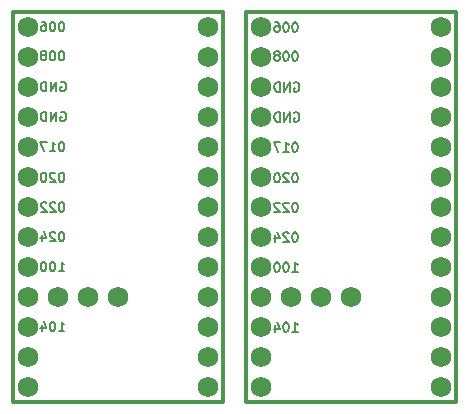
<source format=gbr>
%TF.GenerationSoftware,KiCad,Pcbnew,9.0.0*%
%TF.CreationDate,2025-06-07T14:39:27-06:00*%
%TF.ProjectId,Mau Keys,4d617520-4b65-4797-932e-6b696361645f,rev?*%
%TF.SameCoordinates,Original*%
%TF.FileFunction,Legend,Bot*%
%TF.FilePolarity,Positive*%
%FSLAX46Y46*%
G04 Gerber Fmt 4.6, Leading zero omitted, Abs format (unit mm)*
G04 Created by KiCad (PCBNEW 9.0.0) date 2025-06-07 14:39:27*
%MOMM*%
%LPD*%
G01*
G04 APERTURE LIST*
%ADD10C,0.150000*%
%ADD11C,0.300000*%
%ADD12C,1.752600*%
G04 APERTURE END LIST*
D10*
X134882809Y-52294644D02*
X134806619Y-52294644D01*
X134806619Y-52294644D02*
X134730428Y-52332739D01*
X134730428Y-52332739D02*
X134692333Y-52370834D01*
X134692333Y-52370834D02*
X134654238Y-52447025D01*
X134654238Y-52447025D02*
X134616143Y-52599406D01*
X134616143Y-52599406D02*
X134616143Y-52789882D01*
X134616143Y-52789882D02*
X134654238Y-52942263D01*
X134654238Y-52942263D02*
X134692333Y-53018453D01*
X134692333Y-53018453D02*
X134730428Y-53056549D01*
X134730428Y-53056549D02*
X134806619Y-53094644D01*
X134806619Y-53094644D02*
X134882809Y-53094644D01*
X134882809Y-53094644D02*
X134959000Y-53056549D01*
X134959000Y-53056549D02*
X134997095Y-53018453D01*
X134997095Y-53018453D02*
X135035190Y-52942263D01*
X135035190Y-52942263D02*
X135073286Y-52789882D01*
X135073286Y-52789882D02*
X135073286Y-52599406D01*
X135073286Y-52599406D02*
X135035190Y-52447025D01*
X135035190Y-52447025D02*
X134997095Y-52370834D01*
X134997095Y-52370834D02*
X134959000Y-52332739D01*
X134959000Y-52332739D02*
X134882809Y-52294644D01*
X134311381Y-52370834D02*
X134273285Y-52332739D01*
X134273285Y-52332739D02*
X134197095Y-52294644D01*
X134197095Y-52294644D02*
X134006619Y-52294644D01*
X134006619Y-52294644D02*
X133930428Y-52332739D01*
X133930428Y-52332739D02*
X133892333Y-52370834D01*
X133892333Y-52370834D02*
X133854238Y-52447025D01*
X133854238Y-52447025D02*
X133854238Y-52523215D01*
X133854238Y-52523215D02*
X133892333Y-52637501D01*
X133892333Y-52637501D02*
X134349476Y-53094644D01*
X134349476Y-53094644D02*
X133854238Y-53094644D01*
X133358999Y-52294644D02*
X133282809Y-52294644D01*
X133282809Y-52294644D02*
X133206618Y-52332739D01*
X133206618Y-52332739D02*
X133168523Y-52370834D01*
X133168523Y-52370834D02*
X133130428Y-52447025D01*
X133130428Y-52447025D02*
X133092333Y-52599406D01*
X133092333Y-52599406D02*
X133092333Y-52789882D01*
X133092333Y-52789882D02*
X133130428Y-52942263D01*
X133130428Y-52942263D02*
X133168523Y-53018453D01*
X133168523Y-53018453D02*
X133206618Y-53056549D01*
X133206618Y-53056549D02*
X133282809Y-53094644D01*
X133282809Y-53094644D02*
X133358999Y-53094644D01*
X133358999Y-53094644D02*
X133435190Y-53056549D01*
X133435190Y-53056549D02*
X133473285Y-53018453D01*
X133473285Y-53018453D02*
X133511380Y-52942263D01*
X133511380Y-52942263D02*
X133549476Y-52789882D01*
X133549476Y-52789882D02*
X133549476Y-52599406D01*
X133549476Y-52599406D02*
X133511380Y-52447025D01*
X133511380Y-52447025D02*
X133473285Y-52370834D01*
X133473285Y-52370834D02*
X133435190Y-52332739D01*
X133435190Y-52332739D02*
X133358999Y-52294644D01*
X134882809Y-57294644D02*
X134806619Y-57294644D01*
X134806619Y-57294644D02*
X134730428Y-57332739D01*
X134730428Y-57332739D02*
X134692333Y-57370834D01*
X134692333Y-57370834D02*
X134654238Y-57447025D01*
X134654238Y-57447025D02*
X134616143Y-57599406D01*
X134616143Y-57599406D02*
X134616143Y-57789882D01*
X134616143Y-57789882D02*
X134654238Y-57942263D01*
X134654238Y-57942263D02*
X134692333Y-58018453D01*
X134692333Y-58018453D02*
X134730428Y-58056549D01*
X134730428Y-58056549D02*
X134806619Y-58094644D01*
X134806619Y-58094644D02*
X134882809Y-58094644D01*
X134882809Y-58094644D02*
X134959000Y-58056549D01*
X134959000Y-58056549D02*
X134997095Y-58018453D01*
X134997095Y-58018453D02*
X135035190Y-57942263D01*
X135035190Y-57942263D02*
X135073286Y-57789882D01*
X135073286Y-57789882D02*
X135073286Y-57599406D01*
X135073286Y-57599406D02*
X135035190Y-57447025D01*
X135035190Y-57447025D02*
X134997095Y-57370834D01*
X134997095Y-57370834D02*
X134959000Y-57332739D01*
X134959000Y-57332739D02*
X134882809Y-57294644D01*
X134311381Y-57370834D02*
X134273285Y-57332739D01*
X134273285Y-57332739D02*
X134197095Y-57294644D01*
X134197095Y-57294644D02*
X134006619Y-57294644D01*
X134006619Y-57294644D02*
X133930428Y-57332739D01*
X133930428Y-57332739D02*
X133892333Y-57370834D01*
X133892333Y-57370834D02*
X133854238Y-57447025D01*
X133854238Y-57447025D02*
X133854238Y-57523215D01*
X133854238Y-57523215D02*
X133892333Y-57637501D01*
X133892333Y-57637501D02*
X134349476Y-58094644D01*
X134349476Y-58094644D02*
X133854238Y-58094644D01*
X133168523Y-57561310D02*
X133168523Y-58094644D01*
X133358999Y-57256549D02*
X133549476Y-57827977D01*
X133549476Y-57827977D02*
X133054237Y-57827977D01*
X134882809Y-39524644D02*
X134806619Y-39524644D01*
X134806619Y-39524644D02*
X134730428Y-39562739D01*
X134730428Y-39562739D02*
X134692333Y-39600834D01*
X134692333Y-39600834D02*
X134654238Y-39677025D01*
X134654238Y-39677025D02*
X134616143Y-39829406D01*
X134616143Y-39829406D02*
X134616143Y-40019882D01*
X134616143Y-40019882D02*
X134654238Y-40172263D01*
X134654238Y-40172263D02*
X134692333Y-40248453D01*
X134692333Y-40248453D02*
X134730428Y-40286549D01*
X134730428Y-40286549D02*
X134806619Y-40324644D01*
X134806619Y-40324644D02*
X134882809Y-40324644D01*
X134882809Y-40324644D02*
X134959000Y-40286549D01*
X134959000Y-40286549D02*
X134997095Y-40248453D01*
X134997095Y-40248453D02*
X135035190Y-40172263D01*
X135035190Y-40172263D02*
X135073286Y-40019882D01*
X135073286Y-40019882D02*
X135073286Y-39829406D01*
X135073286Y-39829406D02*
X135035190Y-39677025D01*
X135035190Y-39677025D02*
X134997095Y-39600834D01*
X134997095Y-39600834D02*
X134959000Y-39562739D01*
X134959000Y-39562739D02*
X134882809Y-39524644D01*
X134120904Y-39524644D02*
X134044714Y-39524644D01*
X134044714Y-39524644D02*
X133968523Y-39562739D01*
X133968523Y-39562739D02*
X133930428Y-39600834D01*
X133930428Y-39600834D02*
X133892333Y-39677025D01*
X133892333Y-39677025D02*
X133854238Y-39829406D01*
X133854238Y-39829406D02*
X133854238Y-40019882D01*
X133854238Y-40019882D02*
X133892333Y-40172263D01*
X133892333Y-40172263D02*
X133930428Y-40248453D01*
X133930428Y-40248453D02*
X133968523Y-40286549D01*
X133968523Y-40286549D02*
X134044714Y-40324644D01*
X134044714Y-40324644D02*
X134120904Y-40324644D01*
X134120904Y-40324644D02*
X134197095Y-40286549D01*
X134197095Y-40286549D02*
X134235190Y-40248453D01*
X134235190Y-40248453D02*
X134273285Y-40172263D01*
X134273285Y-40172263D02*
X134311381Y-40019882D01*
X134311381Y-40019882D02*
X134311381Y-39829406D01*
X134311381Y-39829406D02*
X134273285Y-39677025D01*
X134273285Y-39677025D02*
X134235190Y-39600834D01*
X134235190Y-39600834D02*
X134197095Y-39562739D01*
X134197095Y-39562739D02*
X134120904Y-39524644D01*
X133168523Y-39524644D02*
X133320904Y-39524644D01*
X133320904Y-39524644D02*
X133397095Y-39562739D01*
X133397095Y-39562739D02*
X133435190Y-39600834D01*
X133435190Y-39600834D02*
X133511380Y-39715120D01*
X133511380Y-39715120D02*
X133549476Y-39867501D01*
X133549476Y-39867501D02*
X133549476Y-40172263D01*
X133549476Y-40172263D02*
X133511380Y-40248453D01*
X133511380Y-40248453D02*
X133473285Y-40286549D01*
X133473285Y-40286549D02*
X133397095Y-40324644D01*
X133397095Y-40324644D02*
X133244714Y-40324644D01*
X133244714Y-40324644D02*
X133168523Y-40286549D01*
X133168523Y-40286549D02*
X133130428Y-40248453D01*
X133130428Y-40248453D02*
X133092333Y-40172263D01*
X133092333Y-40172263D02*
X133092333Y-39981787D01*
X133092333Y-39981787D02*
X133130428Y-39905596D01*
X133130428Y-39905596D02*
X133168523Y-39867501D01*
X133168523Y-39867501D02*
X133244714Y-39829406D01*
X133244714Y-39829406D02*
X133397095Y-39829406D01*
X133397095Y-39829406D02*
X133473285Y-39867501D01*
X133473285Y-39867501D02*
X133511380Y-39905596D01*
X133511380Y-39905596D02*
X133549476Y-39981787D01*
X134882809Y-54794644D02*
X134806619Y-54794644D01*
X134806619Y-54794644D02*
X134730428Y-54832739D01*
X134730428Y-54832739D02*
X134692333Y-54870834D01*
X134692333Y-54870834D02*
X134654238Y-54947025D01*
X134654238Y-54947025D02*
X134616143Y-55099406D01*
X134616143Y-55099406D02*
X134616143Y-55289882D01*
X134616143Y-55289882D02*
X134654238Y-55442263D01*
X134654238Y-55442263D02*
X134692333Y-55518453D01*
X134692333Y-55518453D02*
X134730428Y-55556549D01*
X134730428Y-55556549D02*
X134806619Y-55594644D01*
X134806619Y-55594644D02*
X134882809Y-55594644D01*
X134882809Y-55594644D02*
X134959000Y-55556549D01*
X134959000Y-55556549D02*
X134997095Y-55518453D01*
X134997095Y-55518453D02*
X135035190Y-55442263D01*
X135035190Y-55442263D02*
X135073286Y-55289882D01*
X135073286Y-55289882D02*
X135073286Y-55099406D01*
X135073286Y-55099406D02*
X135035190Y-54947025D01*
X135035190Y-54947025D02*
X134997095Y-54870834D01*
X134997095Y-54870834D02*
X134959000Y-54832739D01*
X134959000Y-54832739D02*
X134882809Y-54794644D01*
X134311381Y-54870834D02*
X134273285Y-54832739D01*
X134273285Y-54832739D02*
X134197095Y-54794644D01*
X134197095Y-54794644D02*
X134006619Y-54794644D01*
X134006619Y-54794644D02*
X133930428Y-54832739D01*
X133930428Y-54832739D02*
X133892333Y-54870834D01*
X133892333Y-54870834D02*
X133854238Y-54947025D01*
X133854238Y-54947025D02*
X133854238Y-55023215D01*
X133854238Y-55023215D02*
X133892333Y-55137501D01*
X133892333Y-55137501D02*
X134349476Y-55594644D01*
X134349476Y-55594644D02*
X133854238Y-55594644D01*
X133549476Y-54870834D02*
X133511380Y-54832739D01*
X133511380Y-54832739D02*
X133435190Y-54794644D01*
X133435190Y-54794644D02*
X133244714Y-54794644D01*
X133244714Y-54794644D02*
X133168523Y-54832739D01*
X133168523Y-54832739D02*
X133130428Y-54870834D01*
X133130428Y-54870834D02*
X133092333Y-54947025D01*
X133092333Y-54947025D02*
X133092333Y-55023215D01*
X133092333Y-55023215D02*
X133130428Y-55137501D01*
X133130428Y-55137501D02*
X133587571Y-55594644D01*
X133587571Y-55594644D02*
X133092333Y-55594644D01*
X134616143Y-60644644D02*
X135073286Y-60644644D01*
X134844714Y-60644644D02*
X134844714Y-59844644D01*
X134844714Y-59844644D02*
X134920905Y-59958929D01*
X134920905Y-59958929D02*
X134997095Y-60035120D01*
X134997095Y-60035120D02*
X135073286Y-60073215D01*
X134120904Y-59844644D02*
X134044714Y-59844644D01*
X134044714Y-59844644D02*
X133968523Y-59882739D01*
X133968523Y-59882739D02*
X133930428Y-59920834D01*
X133930428Y-59920834D02*
X133892333Y-59997025D01*
X133892333Y-59997025D02*
X133854238Y-60149406D01*
X133854238Y-60149406D02*
X133854238Y-60339882D01*
X133854238Y-60339882D02*
X133892333Y-60492263D01*
X133892333Y-60492263D02*
X133930428Y-60568453D01*
X133930428Y-60568453D02*
X133968523Y-60606549D01*
X133968523Y-60606549D02*
X134044714Y-60644644D01*
X134044714Y-60644644D02*
X134120904Y-60644644D01*
X134120904Y-60644644D02*
X134197095Y-60606549D01*
X134197095Y-60606549D02*
X134235190Y-60568453D01*
X134235190Y-60568453D02*
X134273285Y-60492263D01*
X134273285Y-60492263D02*
X134311381Y-60339882D01*
X134311381Y-60339882D02*
X134311381Y-60149406D01*
X134311381Y-60149406D02*
X134273285Y-59997025D01*
X134273285Y-59997025D02*
X134235190Y-59920834D01*
X134235190Y-59920834D02*
X134197095Y-59882739D01*
X134197095Y-59882739D02*
X134120904Y-59844644D01*
X133358999Y-59844644D02*
X133282809Y-59844644D01*
X133282809Y-59844644D02*
X133206618Y-59882739D01*
X133206618Y-59882739D02*
X133168523Y-59920834D01*
X133168523Y-59920834D02*
X133130428Y-59997025D01*
X133130428Y-59997025D02*
X133092333Y-60149406D01*
X133092333Y-60149406D02*
X133092333Y-60339882D01*
X133092333Y-60339882D02*
X133130428Y-60492263D01*
X133130428Y-60492263D02*
X133168523Y-60568453D01*
X133168523Y-60568453D02*
X133206618Y-60606549D01*
X133206618Y-60606549D02*
X133282809Y-60644644D01*
X133282809Y-60644644D02*
X133358999Y-60644644D01*
X133358999Y-60644644D02*
X133435190Y-60606549D01*
X133435190Y-60606549D02*
X133473285Y-60568453D01*
X133473285Y-60568453D02*
X133511380Y-60492263D01*
X133511380Y-60492263D02*
X133549476Y-60339882D01*
X133549476Y-60339882D02*
X133549476Y-60149406D01*
X133549476Y-60149406D02*
X133511380Y-59997025D01*
X133511380Y-59997025D02*
X133473285Y-59920834D01*
X133473285Y-59920834D02*
X133435190Y-59882739D01*
X133435190Y-59882739D02*
X133358999Y-59844644D01*
X134768523Y-47182739D02*
X134844713Y-47144644D01*
X134844713Y-47144644D02*
X134958999Y-47144644D01*
X134958999Y-47144644D02*
X135073285Y-47182739D01*
X135073285Y-47182739D02*
X135149475Y-47258929D01*
X135149475Y-47258929D02*
X135187570Y-47335120D01*
X135187570Y-47335120D02*
X135225666Y-47487501D01*
X135225666Y-47487501D02*
X135225666Y-47601787D01*
X135225666Y-47601787D02*
X135187570Y-47754168D01*
X135187570Y-47754168D02*
X135149475Y-47830358D01*
X135149475Y-47830358D02*
X135073285Y-47906549D01*
X135073285Y-47906549D02*
X134958999Y-47944644D01*
X134958999Y-47944644D02*
X134882808Y-47944644D01*
X134882808Y-47944644D02*
X134768523Y-47906549D01*
X134768523Y-47906549D02*
X134730427Y-47868453D01*
X134730427Y-47868453D02*
X134730427Y-47601787D01*
X134730427Y-47601787D02*
X134882808Y-47601787D01*
X134387570Y-47944644D02*
X134387570Y-47144644D01*
X134387570Y-47144644D02*
X133930427Y-47944644D01*
X133930427Y-47944644D02*
X133930427Y-47144644D01*
X133549475Y-47944644D02*
X133549475Y-47144644D01*
X133549475Y-47144644D02*
X133358999Y-47144644D01*
X133358999Y-47144644D02*
X133244713Y-47182739D01*
X133244713Y-47182739D02*
X133168523Y-47258929D01*
X133168523Y-47258929D02*
X133130428Y-47335120D01*
X133130428Y-47335120D02*
X133092332Y-47487501D01*
X133092332Y-47487501D02*
X133092332Y-47601787D01*
X133092332Y-47601787D02*
X133130428Y-47754168D01*
X133130428Y-47754168D02*
X133168523Y-47830358D01*
X133168523Y-47830358D02*
X133244713Y-47906549D01*
X133244713Y-47906549D02*
X133358999Y-47944644D01*
X133358999Y-47944644D02*
X133549475Y-47944644D01*
X134882809Y-41994644D02*
X134806619Y-41994644D01*
X134806619Y-41994644D02*
X134730428Y-42032739D01*
X134730428Y-42032739D02*
X134692333Y-42070834D01*
X134692333Y-42070834D02*
X134654238Y-42147025D01*
X134654238Y-42147025D02*
X134616143Y-42299406D01*
X134616143Y-42299406D02*
X134616143Y-42489882D01*
X134616143Y-42489882D02*
X134654238Y-42642263D01*
X134654238Y-42642263D02*
X134692333Y-42718453D01*
X134692333Y-42718453D02*
X134730428Y-42756549D01*
X134730428Y-42756549D02*
X134806619Y-42794644D01*
X134806619Y-42794644D02*
X134882809Y-42794644D01*
X134882809Y-42794644D02*
X134959000Y-42756549D01*
X134959000Y-42756549D02*
X134997095Y-42718453D01*
X134997095Y-42718453D02*
X135035190Y-42642263D01*
X135035190Y-42642263D02*
X135073286Y-42489882D01*
X135073286Y-42489882D02*
X135073286Y-42299406D01*
X135073286Y-42299406D02*
X135035190Y-42147025D01*
X135035190Y-42147025D02*
X134997095Y-42070834D01*
X134997095Y-42070834D02*
X134959000Y-42032739D01*
X134959000Y-42032739D02*
X134882809Y-41994644D01*
X134120904Y-41994644D02*
X134044714Y-41994644D01*
X134044714Y-41994644D02*
X133968523Y-42032739D01*
X133968523Y-42032739D02*
X133930428Y-42070834D01*
X133930428Y-42070834D02*
X133892333Y-42147025D01*
X133892333Y-42147025D02*
X133854238Y-42299406D01*
X133854238Y-42299406D02*
X133854238Y-42489882D01*
X133854238Y-42489882D02*
X133892333Y-42642263D01*
X133892333Y-42642263D02*
X133930428Y-42718453D01*
X133930428Y-42718453D02*
X133968523Y-42756549D01*
X133968523Y-42756549D02*
X134044714Y-42794644D01*
X134044714Y-42794644D02*
X134120904Y-42794644D01*
X134120904Y-42794644D02*
X134197095Y-42756549D01*
X134197095Y-42756549D02*
X134235190Y-42718453D01*
X134235190Y-42718453D02*
X134273285Y-42642263D01*
X134273285Y-42642263D02*
X134311381Y-42489882D01*
X134311381Y-42489882D02*
X134311381Y-42299406D01*
X134311381Y-42299406D02*
X134273285Y-42147025D01*
X134273285Y-42147025D02*
X134235190Y-42070834D01*
X134235190Y-42070834D02*
X134197095Y-42032739D01*
X134197095Y-42032739D02*
X134120904Y-41994644D01*
X133397095Y-42337501D02*
X133473285Y-42299406D01*
X133473285Y-42299406D02*
X133511380Y-42261310D01*
X133511380Y-42261310D02*
X133549476Y-42185120D01*
X133549476Y-42185120D02*
X133549476Y-42147025D01*
X133549476Y-42147025D02*
X133511380Y-42070834D01*
X133511380Y-42070834D02*
X133473285Y-42032739D01*
X133473285Y-42032739D02*
X133397095Y-41994644D01*
X133397095Y-41994644D02*
X133244714Y-41994644D01*
X133244714Y-41994644D02*
X133168523Y-42032739D01*
X133168523Y-42032739D02*
X133130428Y-42070834D01*
X133130428Y-42070834D02*
X133092333Y-42147025D01*
X133092333Y-42147025D02*
X133092333Y-42185120D01*
X133092333Y-42185120D02*
X133130428Y-42261310D01*
X133130428Y-42261310D02*
X133168523Y-42299406D01*
X133168523Y-42299406D02*
X133244714Y-42337501D01*
X133244714Y-42337501D02*
X133397095Y-42337501D01*
X133397095Y-42337501D02*
X133473285Y-42375596D01*
X133473285Y-42375596D02*
X133511380Y-42413691D01*
X133511380Y-42413691D02*
X133549476Y-42489882D01*
X133549476Y-42489882D02*
X133549476Y-42642263D01*
X133549476Y-42642263D02*
X133511380Y-42718453D01*
X133511380Y-42718453D02*
X133473285Y-42756549D01*
X133473285Y-42756549D02*
X133397095Y-42794644D01*
X133397095Y-42794644D02*
X133244714Y-42794644D01*
X133244714Y-42794644D02*
X133168523Y-42756549D01*
X133168523Y-42756549D02*
X133130428Y-42718453D01*
X133130428Y-42718453D02*
X133092333Y-42642263D01*
X133092333Y-42642263D02*
X133092333Y-42489882D01*
X133092333Y-42489882D02*
X133130428Y-42413691D01*
X133130428Y-42413691D02*
X133168523Y-42375596D01*
X133168523Y-42375596D02*
X133244714Y-42337501D01*
X134882809Y-49684644D02*
X134806619Y-49684644D01*
X134806619Y-49684644D02*
X134730428Y-49722739D01*
X134730428Y-49722739D02*
X134692333Y-49760834D01*
X134692333Y-49760834D02*
X134654238Y-49837025D01*
X134654238Y-49837025D02*
X134616143Y-49989406D01*
X134616143Y-49989406D02*
X134616143Y-50179882D01*
X134616143Y-50179882D02*
X134654238Y-50332263D01*
X134654238Y-50332263D02*
X134692333Y-50408453D01*
X134692333Y-50408453D02*
X134730428Y-50446549D01*
X134730428Y-50446549D02*
X134806619Y-50484644D01*
X134806619Y-50484644D02*
X134882809Y-50484644D01*
X134882809Y-50484644D02*
X134959000Y-50446549D01*
X134959000Y-50446549D02*
X134997095Y-50408453D01*
X134997095Y-50408453D02*
X135035190Y-50332263D01*
X135035190Y-50332263D02*
X135073286Y-50179882D01*
X135073286Y-50179882D02*
X135073286Y-49989406D01*
X135073286Y-49989406D02*
X135035190Y-49837025D01*
X135035190Y-49837025D02*
X134997095Y-49760834D01*
X134997095Y-49760834D02*
X134959000Y-49722739D01*
X134959000Y-49722739D02*
X134882809Y-49684644D01*
X133854238Y-50484644D02*
X134311381Y-50484644D01*
X134082809Y-50484644D02*
X134082809Y-49684644D01*
X134082809Y-49684644D02*
X134159000Y-49798929D01*
X134159000Y-49798929D02*
X134235190Y-49875120D01*
X134235190Y-49875120D02*
X134311381Y-49913215D01*
X133587571Y-49684644D02*
X133054237Y-49684644D01*
X133054237Y-49684644D02*
X133397095Y-50484644D01*
X134768523Y-44642739D02*
X134844713Y-44604644D01*
X134844713Y-44604644D02*
X134958999Y-44604644D01*
X134958999Y-44604644D02*
X135073285Y-44642739D01*
X135073285Y-44642739D02*
X135149475Y-44718929D01*
X135149475Y-44718929D02*
X135187570Y-44795120D01*
X135187570Y-44795120D02*
X135225666Y-44947501D01*
X135225666Y-44947501D02*
X135225666Y-45061787D01*
X135225666Y-45061787D02*
X135187570Y-45214168D01*
X135187570Y-45214168D02*
X135149475Y-45290358D01*
X135149475Y-45290358D02*
X135073285Y-45366549D01*
X135073285Y-45366549D02*
X134958999Y-45404644D01*
X134958999Y-45404644D02*
X134882808Y-45404644D01*
X134882808Y-45404644D02*
X134768523Y-45366549D01*
X134768523Y-45366549D02*
X134730427Y-45328453D01*
X134730427Y-45328453D02*
X134730427Y-45061787D01*
X134730427Y-45061787D02*
X134882808Y-45061787D01*
X134387570Y-45404644D02*
X134387570Y-44604644D01*
X134387570Y-44604644D02*
X133930427Y-45404644D01*
X133930427Y-45404644D02*
X133930427Y-44604644D01*
X133549475Y-45404644D02*
X133549475Y-44604644D01*
X133549475Y-44604644D02*
X133358999Y-44604644D01*
X133358999Y-44604644D02*
X133244713Y-44642739D01*
X133244713Y-44642739D02*
X133168523Y-44718929D01*
X133168523Y-44718929D02*
X133130428Y-44795120D01*
X133130428Y-44795120D02*
X133092332Y-44947501D01*
X133092332Y-44947501D02*
X133092332Y-45061787D01*
X133092332Y-45061787D02*
X133130428Y-45214168D01*
X133130428Y-45214168D02*
X133168523Y-45290358D01*
X133168523Y-45290358D02*
X133244713Y-45366549D01*
X133244713Y-45366549D02*
X133358999Y-45404644D01*
X133358999Y-45404644D02*
X133549475Y-45404644D01*
X134616143Y-65724644D02*
X135073286Y-65724644D01*
X134844714Y-65724644D02*
X134844714Y-64924644D01*
X134844714Y-64924644D02*
X134920905Y-65038929D01*
X134920905Y-65038929D02*
X134997095Y-65115120D01*
X134997095Y-65115120D02*
X135073286Y-65153215D01*
X134120904Y-64924644D02*
X134044714Y-64924644D01*
X134044714Y-64924644D02*
X133968523Y-64962739D01*
X133968523Y-64962739D02*
X133930428Y-65000834D01*
X133930428Y-65000834D02*
X133892333Y-65077025D01*
X133892333Y-65077025D02*
X133854238Y-65229406D01*
X133854238Y-65229406D02*
X133854238Y-65419882D01*
X133854238Y-65419882D02*
X133892333Y-65572263D01*
X133892333Y-65572263D02*
X133930428Y-65648453D01*
X133930428Y-65648453D02*
X133968523Y-65686549D01*
X133968523Y-65686549D02*
X134044714Y-65724644D01*
X134044714Y-65724644D02*
X134120904Y-65724644D01*
X134120904Y-65724644D02*
X134197095Y-65686549D01*
X134197095Y-65686549D02*
X134235190Y-65648453D01*
X134235190Y-65648453D02*
X134273285Y-65572263D01*
X134273285Y-65572263D02*
X134311381Y-65419882D01*
X134311381Y-65419882D02*
X134311381Y-65229406D01*
X134311381Y-65229406D02*
X134273285Y-65077025D01*
X134273285Y-65077025D02*
X134235190Y-65000834D01*
X134235190Y-65000834D02*
X134197095Y-64962739D01*
X134197095Y-64962739D02*
X134120904Y-64924644D01*
X133168523Y-65191310D02*
X133168523Y-65724644D01*
X133358999Y-64886549D02*
X133549476Y-65457977D01*
X133549476Y-65457977D02*
X133054237Y-65457977D01*
X154642809Y-54832295D02*
X154566619Y-54832295D01*
X154566619Y-54832295D02*
X154490428Y-54870390D01*
X154490428Y-54870390D02*
X154452333Y-54908485D01*
X154452333Y-54908485D02*
X154414238Y-54984676D01*
X154414238Y-54984676D02*
X154376143Y-55137057D01*
X154376143Y-55137057D02*
X154376143Y-55327533D01*
X154376143Y-55327533D02*
X154414238Y-55479914D01*
X154414238Y-55479914D02*
X154452333Y-55556104D01*
X154452333Y-55556104D02*
X154490428Y-55594200D01*
X154490428Y-55594200D02*
X154566619Y-55632295D01*
X154566619Y-55632295D02*
X154642809Y-55632295D01*
X154642809Y-55632295D02*
X154719000Y-55594200D01*
X154719000Y-55594200D02*
X154757095Y-55556104D01*
X154757095Y-55556104D02*
X154795190Y-55479914D01*
X154795190Y-55479914D02*
X154833286Y-55327533D01*
X154833286Y-55327533D02*
X154833286Y-55137057D01*
X154833286Y-55137057D02*
X154795190Y-54984676D01*
X154795190Y-54984676D02*
X154757095Y-54908485D01*
X154757095Y-54908485D02*
X154719000Y-54870390D01*
X154719000Y-54870390D02*
X154642809Y-54832295D01*
X154071381Y-54908485D02*
X154033285Y-54870390D01*
X154033285Y-54870390D02*
X153957095Y-54832295D01*
X153957095Y-54832295D02*
X153766619Y-54832295D01*
X153766619Y-54832295D02*
X153690428Y-54870390D01*
X153690428Y-54870390D02*
X153652333Y-54908485D01*
X153652333Y-54908485D02*
X153614238Y-54984676D01*
X153614238Y-54984676D02*
X153614238Y-55060866D01*
X153614238Y-55060866D02*
X153652333Y-55175152D01*
X153652333Y-55175152D02*
X154109476Y-55632295D01*
X154109476Y-55632295D02*
X153614238Y-55632295D01*
X153309476Y-54908485D02*
X153271380Y-54870390D01*
X153271380Y-54870390D02*
X153195190Y-54832295D01*
X153195190Y-54832295D02*
X153004714Y-54832295D01*
X153004714Y-54832295D02*
X152928523Y-54870390D01*
X152928523Y-54870390D02*
X152890428Y-54908485D01*
X152890428Y-54908485D02*
X152852333Y-54984676D01*
X152852333Y-54984676D02*
X152852333Y-55060866D01*
X152852333Y-55060866D02*
X152890428Y-55175152D01*
X152890428Y-55175152D02*
X153347571Y-55632295D01*
X153347571Y-55632295D02*
X152852333Y-55632295D01*
X154642809Y-39562295D02*
X154566619Y-39562295D01*
X154566619Y-39562295D02*
X154490428Y-39600390D01*
X154490428Y-39600390D02*
X154452333Y-39638485D01*
X154452333Y-39638485D02*
X154414238Y-39714676D01*
X154414238Y-39714676D02*
X154376143Y-39867057D01*
X154376143Y-39867057D02*
X154376143Y-40057533D01*
X154376143Y-40057533D02*
X154414238Y-40209914D01*
X154414238Y-40209914D02*
X154452333Y-40286104D01*
X154452333Y-40286104D02*
X154490428Y-40324200D01*
X154490428Y-40324200D02*
X154566619Y-40362295D01*
X154566619Y-40362295D02*
X154642809Y-40362295D01*
X154642809Y-40362295D02*
X154719000Y-40324200D01*
X154719000Y-40324200D02*
X154757095Y-40286104D01*
X154757095Y-40286104D02*
X154795190Y-40209914D01*
X154795190Y-40209914D02*
X154833286Y-40057533D01*
X154833286Y-40057533D02*
X154833286Y-39867057D01*
X154833286Y-39867057D02*
X154795190Y-39714676D01*
X154795190Y-39714676D02*
X154757095Y-39638485D01*
X154757095Y-39638485D02*
X154719000Y-39600390D01*
X154719000Y-39600390D02*
X154642809Y-39562295D01*
X153880904Y-39562295D02*
X153804714Y-39562295D01*
X153804714Y-39562295D02*
X153728523Y-39600390D01*
X153728523Y-39600390D02*
X153690428Y-39638485D01*
X153690428Y-39638485D02*
X153652333Y-39714676D01*
X153652333Y-39714676D02*
X153614238Y-39867057D01*
X153614238Y-39867057D02*
X153614238Y-40057533D01*
X153614238Y-40057533D02*
X153652333Y-40209914D01*
X153652333Y-40209914D02*
X153690428Y-40286104D01*
X153690428Y-40286104D02*
X153728523Y-40324200D01*
X153728523Y-40324200D02*
X153804714Y-40362295D01*
X153804714Y-40362295D02*
X153880904Y-40362295D01*
X153880904Y-40362295D02*
X153957095Y-40324200D01*
X153957095Y-40324200D02*
X153995190Y-40286104D01*
X153995190Y-40286104D02*
X154033285Y-40209914D01*
X154033285Y-40209914D02*
X154071381Y-40057533D01*
X154071381Y-40057533D02*
X154071381Y-39867057D01*
X154071381Y-39867057D02*
X154033285Y-39714676D01*
X154033285Y-39714676D02*
X153995190Y-39638485D01*
X153995190Y-39638485D02*
X153957095Y-39600390D01*
X153957095Y-39600390D02*
X153880904Y-39562295D01*
X152928523Y-39562295D02*
X153080904Y-39562295D01*
X153080904Y-39562295D02*
X153157095Y-39600390D01*
X153157095Y-39600390D02*
X153195190Y-39638485D01*
X153195190Y-39638485D02*
X153271380Y-39752771D01*
X153271380Y-39752771D02*
X153309476Y-39905152D01*
X153309476Y-39905152D02*
X153309476Y-40209914D01*
X153309476Y-40209914D02*
X153271380Y-40286104D01*
X153271380Y-40286104D02*
X153233285Y-40324200D01*
X153233285Y-40324200D02*
X153157095Y-40362295D01*
X153157095Y-40362295D02*
X153004714Y-40362295D01*
X153004714Y-40362295D02*
X152928523Y-40324200D01*
X152928523Y-40324200D02*
X152890428Y-40286104D01*
X152890428Y-40286104D02*
X152852333Y-40209914D01*
X152852333Y-40209914D02*
X152852333Y-40019438D01*
X152852333Y-40019438D02*
X152890428Y-39943247D01*
X152890428Y-39943247D02*
X152928523Y-39905152D01*
X152928523Y-39905152D02*
X153004714Y-39867057D01*
X153004714Y-39867057D02*
X153157095Y-39867057D01*
X153157095Y-39867057D02*
X153233285Y-39905152D01*
X153233285Y-39905152D02*
X153271380Y-39943247D01*
X153271380Y-39943247D02*
X153309476Y-40019438D01*
X154528523Y-44680390D02*
X154604713Y-44642295D01*
X154604713Y-44642295D02*
X154718999Y-44642295D01*
X154718999Y-44642295D02*
X154833285Y-44680390D01*
X154833285Y-44680390D02*
X154909475Y-44756580D01*
X154909475Y-44756580D02*
X154947570Y-44832771D01*
X154947570Y-44832771D02*
X154985666Y-44985152D01*
X154985666Y-44985152D02*
X154985666Y-45099438D01*
X154985666Y-45099438D02*
X154947570Y-45251819D01*
X154947570Y-45251819D02*
X154909475Y-45328009D01*
X154909475Y-45328009D02*
X154833285Y-45404200D01*
X154833285Y-45404200D02*
X154718999Y-45442295D01*
X154718999Y-45442295D02*
X154642808Y-45442295D01*
X154642808Y-45442295D02*
X154528523Y-45404200D01*
X154528523Y-45404200D02*
X154490427Y-45366104D01*
X154490427Y-45366104D02*
X154490427Y-45099438D01*
X154490427Y-45099438D02*
X154642808Y-45099438D01*
X154147570Y-45442295D02*
X154147570Y-44642295D01*
X154147570Y-44642295D02*
X153690427Y-45442295D01*
X153690427Y-45442295D02*
X153690427Y-44642295D01*
X153309475Y-45442295D02*
X153309475Y-44642295D01*
X153309475Y-44642295D02*
X153118999Y-44642295D01*
X153118999Y-44642295D02*
X153004713Y-44680390D01*
X153004713Y-44680390D02*
X152928523Y-44756580D01*
X152928523Y-44756580D02*
X152890428Y-44832771D01*
X152890428Y-44832771D02*
X152852332Y-44985152D01*
X152852332Y-44985152D02*
X152852332Y-45099438D01*
X152852332Y-45099438D02*
X152890428Y-45251819D01*
X152890428Y-45251819D02*
X152928523Y-45328009D01*
X152928523Y-45328009D02*
X153004713Y-45404200D01*
X153004713Y-45404200D02*
X153118999Y-45442295D01*
X153118999Y-45442295D02*
X153309475Y-45442295D01*
X154642809Y-57332295D02*
X154566619Y-57332295D01*
X154566619Y-57332295D02*
X154490428Y-57370390D01*
X154490428Y-57370390D02*
X154452333Y-57408485D01*
X154452333Y-57408485D02*
X154414238Y-57484676D01*
X154414238Y-57484676D02*
X154376143Y-57637057D01*
X154376143Y-57637057D02*
X154376143Y-57827533D01*
X154376143Y-57827533D02*
X154414238Y-57979914D01*
X154414238Y-57979914D02*
X154452333Y-58056104D01*
X154452333Y-58056104D02*
X154490428Y-58094200D01*
X154490428Y-58094200D02*
X154566619Y-58132295D01*
X154566619Y-58132295D02*
X154642809Y-58132295D01*
X154642809Y-58132295D02*
X154719000Y-58094200D01*
X154719000Y-58094200D02*
X154757095Y-58056104D01*
X154757095Y-58056104D02*
X154795190Y-57979914D01*
X154795190Y-57979914D02*
X154833286Y-57827533D01*
X154833286Y-57827533D02*
X154833286Y-57637057D01*
X154833286Y-57637057D02*
X154795190Y-57484676D01*
X154795190Y-57484676D02*
X154757095Y-57408485D01*
X154757095Y-57408485D02*
X154719000Y-57370390D01*
X154719000Y-57370390D02*
X154642809Y-57332295D01*
X154071381Y-57408485D02*
X154033285Y-57370390D01*
X154033285Y-57370390D02*
X153957095Y-57332295D01*
X153957095Y-57332295D02*
X153766619Y-57332295D01*
X153766619Y-57332295D02*
X153690428Y-57370390D01*
X153690428Y-57370390D02*
X153652333Y-57408485D01*
X153652333Y-57408485D02*
X153614238Y-57484676D01*
X153614238Y-57484676D02*
X153614238Y-57560866D01*
X153614238Y-57560866D02*
X153652333Y-57675152D01*
X153652333Y-57675152D02*
X154109476Y-58132295D01*
X154109476Y-58132295D02*
X153614238Y-58132295D01*
X152928523Y-57598961D02*
X152928523Y-58132295D01*
X153118999Y-57294200D02*
X153309476Y-57865628D01*
X153309476Y-57865628D02*
X152814237Y-57865628D01*
X154642809Y-49722295D02*
X154566619Y-49722295D01*
X154566619Y-49722295D02*
X154490428Y-49760390D01*
X154490428Y-49760390D02*
X154452333Y-49798485D01*
X154452333Y-49798485D02*
X154414238Y-49874676D01*
X154414238Y-49874676D02*
X154376143Y-50027057D01*
X154376143Y-50027057D02*
X154376143Y-50217533D01*
X154376143Y-50217533D02*
X154414238Y-50369914D01*
X154414238Y-50369914D02*
X154452333Y-50446104D01*
X154452333Y-50446104D02*
X154490428Y-50484200D01*
X154490428Y-50484200D02*
X154566619Y-50522295D01*
X154566619Y-50522295D02*
X154642809Y-50522295D01*
X154642809Y-50522295D02*
X154719000Y-50484200D01*
X154719000Y-50484200D02*
X154757095Y-50446104D01*
X154757095Y-50446104D02*
X154795190Y-50369914D01*
X154795190Y-50369914D02*
X154833286Y-50217533D01*
X154833286Y-50217533D02*
X154833286Y-50027057D01*
X154833286Y-50027057D02*
X154795190Y-49874676D01*
X154795190Y-49874676D02*
X154757095Y-49798485D01*
X154757095Y-49798485D02*
X154719000Y-49760390D01*
X154719000Y-49760390D02*
X154642809Y-49722295D01*
X153614238Y-50522295D02*
X154071381Y-50522295D01*
X153842809Y-50522295D02*
X153842809Y-49722295D01*
X153842809Y-49722295D02*
X153919000Y-49836580D01*
X153919000Y-49836580D02*
X153995190Y-49912771D01*
X153995190Y-49912771D02*
X154071381Y-49950866D01*
X153347571Y-49722295D02*
X152814237Y-49722295D01*
X152814237Y-49722295D02*
X153157095Y-50522295D01*
X154642809Y-52332295D02*
X154566619Y-52332295D01*
X154566619Y-52332295D02*
X154490428Y-52370390D01*
X154490428Y-52370390D02*
X154452333Y-52408485D01*
X154452333Y-52408485D02*
X154414238Y-52484676D01*
X154414238Y-52484676D02*
X154376143Y-52637057D01*
X154376143Y-52637057D02*
X154376143Y-52827533D01*
X154376143Y-52827533D02*
X154414238Y-52979914D01*
X154414238Y-52979914D02*
X154452333Y-53056104D01*
X154452333Y-53056104D02*
X154490428Y-53094200D01*
X154490428Y-53094200D02*
X154566619Y-53132295D01*
X154566619Y-53132295D02*
X154642809Y-53132295D01*
X154642809Y-53132295D02*
X154719000Y-53094200D01*
X154719000Y-53094200D02*
X154757095Y-53056104D01*
X154757095Y-53056104D02*
X154795190Y-52979914D01*
X154795190Y-52979914D02*
X154833286Y-52827533D01*
X154833286Y-52827533D02*
X154833286Y-52637057D01*
X154833286Y-52637057D02*
X154795190Y-52484676D01*
X154795190Y-52484676D02*
X154757095Y-52408485D01*
X154757095Y-52408485D02*
X154719000Y-52370390D01*
X154719000Y-52370390D02*
X154642809Y-52332295D01*
X154071381Y-52408485D02*
X154033285Y-52370390D01*
X154033285Y-52370390D02*
X153957095Y-52332295D01*
X153957095Y-52332295D02*
X153766619Y-52332295D01*
X153766619Y-52332295D02*
X153690428Y-52370390D01*
X153690428Y-52370390D02*
X153652333Y-52408485D01*
X153652333Y-52408485D02*
X153614238Y-52484676D01*
X153614238Y-52484676D02*
X153614238Y-52560866D01*
X153614238Y-52560866D02*
X153652333Y-52675152D01*
X153652333Y-52675152D02*
X154109476Y-53132295D01*
X154109476Y-53132295D02*
X153614238Y-53132295D01*
X153118999Y-52332295D02*
X153042809Y-52332295D01*
X153042809Y-52332295D02*
X152966618Y-52370390D01*
X152966618Y-52370390D02*
X152928523Y-52408485D01*
X152928523Y-52408485D02*
X152890428Y-52484676D01*
X152890428Y-52484676D02*
X152852333Y-52637057D01*
X152852333Y-52637057D02*
X152852333Y-52827533D01*
X152852333Y-52827533D02*
X152890428Y-52979914D01*
X152890428Y-52979914D02*
X152928523Y-53056104D01*
X152928523Y-53056104D02*
X152966618Y-53094200D01*
X152966618Y-53094200D02*
X153042809Y-53132295D01*
X153042809Y-53132295D02*
X153118999Y-53132295D01*
X153118999Y-53132295D02*
X153195190Y-53094200D01*
X153195190Y-53094200D02*
X153233285Y-53056104D01*
X153233285Y-53056104D02*
X153271380Y-52979914D01*
X153271380Y-52979914D02*
X153309476Y-52827533D01*
X153309476Y-52827533D02*
X153309476Y-52637057D01*
X153309476Y-52637057D02*
X153271380Y-52484676D01*
X153271380Y-52484676D02*
X153233285Y-52408485D01*
X153233285Y-52408485D02*
X153195190Y-52370390D01*
X153195190Y-52370390D02*
X153118999Y-52332295D01*
X154376143Y-65762295D02*
X154833286Y-65762295D01*
X154604714Y-65762295D02*
X154604714Y-64962295D01*
X154604714Y-64962295D02*
X154680905Y-65076580D01*
X154680905Y-65076580D02*
X154757095Y-65152771D01*
X154757095Y-65152771D02*
X154833286Y-65190866D01*
X153880904Y-64962295D02*
X153804714Y-64962295D01*
X153804714Y-64962295D02*
X153728523Y-65000390D01*
X153728523Y-65000390D02*
X153690428Y-65038485D01*
X153690428Y-65038485D02*
X153652333Y-65114676D01*
X153652333Y-65114676D02*
X153614238Y-65267057D01*
X153614238Y-65267057D02*
X153614238Y-65457533D01*
X153614238Y-65457533D02*
X153652333Y-65609914D01*
X153652333Y-65609914D02*
X153690428Y-65686104D01*
X153690428Y-65686104D02*
X153728523Y-65724200D01*
X153728523Y-65724200D02*
X153804714Y-65762295D01*
X153804714Y-65762295D02*
X153880904Y-65762295D01*
X153880904Y-65762295D02*
X153957095Y-65724200D01*
X153957095Y-65724200D02*
X153995190Y-65686104D01*
X153995190Y-65686104D02*
X154033285Y-65609914D01*
X154033285Y-65609914D02*
X154071381Y-65457533D01*
X154071381Y-65457533D02*
X154071381Y-65267057D01*
X154071381Y-65267057D02*
X154033285Y-65114676D01*
X154033285Y-65114676D02*
X153995190Y-65038485D01*
X153995190Y-65038485D02*
X153957095Y-65000390D01*
X153957095Y-65000390D02*
X153880904Y-64962295D01*
X152928523Y-65228961D02*
X152928523Y-65762295D01*
X153118999Y-64924200D02*
X153309476Y-65495628D01*
X153309476Y-65495628D02*
X152814237Y-65495628D01*
X154642809Y-42032295D02*
X154566619Y-42032295D01*
X154566619Y-42032295D02*
X154490428Y-42070390D01*
X154490428Y-42070390D02*
X154452333Y-42108485D01*
X154452333Y-42108485D02*
X154414238Y-42184676D01*
X154414238Y-42184676D02*
X154376143Y-42337057D01*
X154376143Y-42337057D02*
X154376143Y-42527533D01*
X154376143Y-42527533D02*
X154414238Y-42679914D01*
X154414238Y-42679914D02*
X154452333Y-42756104D01*
X154452333Y-42756104D02*
X154490428Y-42794200D01*
X154490428Y-42794200D02*
X154566619Y-42832295D01*
X154566619Y-42832295D02*
X154642809Y-42832295D01*
X154642809Y-42832295D02*
X154719000Y-42794200D01*
X154719000Y-42794200D02*
X154757095Y-42756104D01*
X154757095Y-42756104D02*
X154795190Y-42679914D01*
X154795190Y-42679914D02*
X154833286Y-42527533D01*
X154833286Y-42527533D02*
X154833286Y-42337057D01*
X154833286Y-42337057D02*
X154795190Y-42184676D01*
X154795190Y-42184676D02*
X154757095Y-42108485D01*
X154757095Y-42108485D02*
X154719000Y-42070390D01*
X154719000Y-42070390D02*
X154642809Y-42032295D01*
X153880904Y-42032295D02*
X153804714Y-42032295D01*
X153804714Y-42032295D02*
X153728523Y-42070390D01*
X153728523Y-42070390D02*
X153690428Y-42108485D01*
X153690428Y-42108485D02*
X153652333Y-42184676D01*
X153652333Y-42184676D02*
X153614238Y-42337057D01*
X153614238Y-42337057D02*
X153614238Y-42527533D01*
X153614238Y-42527533D02*
X153652333Y-42679914D01*
X153652333Y-42679914D02*
X153690428Y-42756104D01*
X153690428Y-42756104D02*
X153728523Y-42794200D01*
X153728523Y-42794200D02*
X153804714Y-42832295D01*
X153804714Y-42832295D02*
X153880904Y-42832295D01*
X153880904Y-42832295D02*
X153957095Y-42794200D01*
X153957095Y-42794200D02*
X153995190Y-42756104D01*
X153995190Y-42756104D02*
X154033285Y-42679914D01*
X154033285Y-42679914D02*
X154071381Y-42527533D01*
X154071381Y-42527533D02*
X154071381Y-42337057D01*
X154071381Y-42337057D02*
X154033285Y-42184676D01*
X154033285Y-42184676D02*
X153995190Y-42108485D01*
X153995190Y-42108485D02*
X153957095Y-42070390D01*
X153957095Y-42070390D02*
X153880904Y-42032295D01*
X153157095Y-42375152D02*
X153233285Y-42337057D01*
X153233285Y-42337057D02*
X153271380Y-42298961D01*
X153271380Y-42298961D02*
X153309476Y-42222771D01*
X153309476Y-42222771D02*
X153309476Y-42184676D01*
X153309476Y-42184676D02*
X153271380Y-42108485D01*
X153271380Y-42108485D02*
X153233285Y-42070390D01*
X153233285Y-42070390D02*
X153157095Y-42032295D01*
X153157095Y-42032295D02*
X153004714Y-42032295D01*
X153004714Y-42032295D02*
X152928523Y-42070390D01*
X152928523Y-42070390D02*
X152890428Y-42108485D01*
X152890428Y-42108485D02*
X152852333Y-42184676D01*
X152852333Y-42184676D02*
X152852333Y-42222771D01*
X152852333Y-42222771D02*
X152890428Y-42298961D01*
X152890428Y-42298961D02*
X152928523Y-42337057D01*
X152928523Y-42337057D02*
X153004714Y-42375152D01*
X153004714Y-42375152D02*
X153157095Y-42375152D01*
X153157095Y-42375152D02*
X153233285Y-42413247D01*
X153233285Y-42413247D02*
X153271380Y-42451342D01*
X153271380Y-42451342D02*
X153309476Y-42527533D01*
X153309476Y-42527533D02*
X153309476Y-42679914D01*
X153309476Y-42679914D02*
X153271380Y-42756104D01*
X153271380Y-42756104D02*
X153233285Y-42794200D01*
X153233285Y-42794200D02*
X153157095Y-42832295D01*
X153157095Y-42832295D02*
X153004714Y-42832295D01*
X153004714Y-42832295D02*
X152928523Y-42794200D01*
X152928523Y-42794200D02*
X152890428Y-42756104D01*
X152890428Y-42756104D02*
X152852333Y-42679914D01*
X152852333Y-42679914D02*
X152852333Y-42527533D01*
X152852333Y-42527533D02*
X152890428Y-42451342D01*
X152890428Y-42451342D02*
X152928523Y-42413247D01*
X152928523Y-42413247D02*
X153004714Y-42375152D01*
X154376143Y-60682295D02*
X154833286Y-60682295D01*
X154604714Y-60682295D02*
X154604714Y-59882295D01*
X154604714Y-59882295D02*
X154680905Y-59996580D01*
X154680905Y-59996580D02*
X154757095Y-60072771D01*
X154757095Y-60072771D02*
X154833286Y-60110866D01*
X153880904Y-59882295D02*
X153804714Y-59882295D01*
X153804714Y-59882295D02*
X153728523Y-59920390D01*
X153728523Y-59920390D02*
X153690428Y-59958485D01*
X153690428Y-59958485D02*
X153652333Y-60034676D01*
X153652333Y-60034676D02*
X153614238Y-60187057D01*
X153614238Y-60187057D02*
X153614238Y-60377533D01*
X153614238Y-60377533D02*
X153652333Y-60529914D01*
X153652333Y-60529914D02*
X153690428Y-60606104D01*
X153690428Y-60606104D02*
X153728523Y-60644200D01*
X153728523Y-60644200D02*
X153804714Y-60682295D01*
X153804714Y-60682295D02*
X153880904Y-60682295D01*
X153880904Y-60682295D02*
X153957095Y-60644200D01*
X153957095Y-60644200D02*
X153995190Y-60606104D01*
X153995190Y-60606104D02*
X154033285Y-60529914D01*
X154033285Y-60529914D02*
X154071381Y-60377533D01*
X154071381Y-60377533D02*
X154071381Y-60187057D01*
X154071381Y-60187057D02*
X154033285Y-60034676D01*
X154033285Y-60034676D02*
X153995190Y-59958485D01*
X153995190Y-59958485D02*
X153957095Y-59920390D01*
X153957095Y-59920390D02*
X153880904Y-59882295D01*
X153118999Y-59882295D02*
X153042809Y-59882295D01*
X153042809Y-59882295D02*
X152966618Y-59920390D01*
X152966618Y-59920390D02*
X152928523Y-59958485D01*
X152928523Y-59958485D02*
X152890428Y-60034676D01*
X152890428Y-60034676D02*
X152852333Y-60187057D01*
X152852333Y-60187057D02*
X152852333Y-60377533D01*
X152852333Y-60377533D02*
X152890428Y-60529914D01*
X152890428Y-60529914D02*
X152928523Y-60606104D01*
X152928523Y-60606104D02*
X152966618Y-60644200D01*
X152966618Y-60644200D02*
X153042809Y-60682295D01*
X153042809Y-60682295D02*
X153118999Y-60682295D01*
X153118999Y-60682295D02*
X153195190Y-60644200D01*
X153195190Y-60644200D02*
X153233285Y-60606104D01*
X153233285Y-60606104D02*
X153271380Y-60529914D01*
X153271380Y-60529914D02*
X153309476Y-60377533D01*
X153309476Y-60377533D02*
X153309476Y-60187057D01*
X153309476Y-60187057D02*
X153271380Y-60034676D01*
X153271380Y-60034676D02*
X153233285Y-59958485D01*
X153233285Y-59958485D02*
X153195190Y-59920390D01*
X153195190Y-59920390D02*
X153118999Y-59882295D01*
X154528523Y-47220390D02*
X154604713Y-47182295D01*
X154604713Y-47182295D02*
X154718999Y-47182295D01*
X154718999Y-47182295D02*
X154833285Y-47220390D01*
X154833285Y-47220390D02*
X154909475Y-47296580D01*
X154909475Y-47296580D02*
X154947570Y-47372771D01*
X154947570Y-47372771D02*
X154985666Y-47525152D01*
X154985666Y-47525152D02*
X154985666Y-47639438D01*
X154985666Y-47639438D02*
X154947570Y-47791819D01*
X154947570Y-47791819D02*
X154909475Y-47868009D01*
X154909475Y-47868009D02*
X154833285Y-47944200D01*
X154833285Y-47944200D02*
X154718999Y-47982295D01*
X154718999Y-47982295D02*
X154642808Y-47982295D01*
X154642808Y-47982295D02*
X154528523Y-47944200D01*
X154528523Y-47944200D02*
X154490427Y-47906104D01*
X154490427Y-47906104D02*
X154490427Y-47639438D01*
X154490427Y-47639438D02*
X154642808Y-47639438D01*
X154147570Y-47982295D02*
X154147570Y-47182295D01*
X154147570Y-47182295D02*
X153690427Y-47982295D01*
X153690427Y-47982295D02*
X153690427Y-47182295D01*
X153309475Y-47982295D02*
X153309475Y-47182295D01*
X153309475Y-47182295D02*
X153118999Y-47182295D01*
X153118999Y-47182295D02*
X153004713Y-47220390D01*
X153004713Y-47220390D02*
X152928523Y-47296580D01*
X152928523Y-47296580D02*
X152890428Y-47372771D01*
X152890428Y-47372771D02*
X152852332Y-47525152D01*
X152852332Y-47525152D02*
X152852332Y-47639438D01*
X152852332Y-47639438D02*
X152890428Y-47791819D01*
X152890428Y-47791819D02*
X152928523Y-47868009D01*
X152928523Y-47868009D02*
X153004713Y-47944200D01*
X153004713Y-47944200D02*
X153118999Y-47982295D01*
X153118999Y-47982295D02*
X153309475Y-47982295D01*
%TO.C,NNV2*%
D11*
X130730000Y-38692349D02*
X148510000Y-38692349D01*
X148510000Y-71712349D01*
X130730000Y-71712349D01*
X130730000Y-38692349D01*
%TO.C,NNV2_R1*%
X150490000Y-38730000D02*
X168270000Y-38730000D01*
X168270000Y-71750000D01*
X150490000Y-71750000D01*
X150490000Y-38730000D01*
%TD*%
D12*
%TO.C,NNV2*%
X132000000Y-39962349D03*
X132000000Y-42502349D03*
X132000000Y-45042349D03*
X132000000Y-47582349D03*
X132000000Y-50122349D03*
X132000000Y-52662349D03*
X132000000Y-55202349D03*
X132000000Y-57742349D03*
X132000000Y-60282349D03*
X132000000Y-62822349D03*
X132000000Y-65362349D03*
X132000000Y-67902349D03*
X132000000Y-70442349D03*
X147240000Y-39962349D03*
X147240000Y-42502349D03*
X147240000Y-45042349D03*
X147240000Y-47582349D03*
X147240000Y-50122349D03*
X147240000Y-52662349D03*
X147240000Y-55202349D03*
X147240000Y-57742349D03*
X147240000Y-60282349D03*
X147240000Y-62822349D03*
X147240000Y-65362349D03*
X147240000Y-67902349D03*
X147240000Y-70442349D03*
X134540000Y-62822349D03*
X137080000Y-62822349D03*
X139620000Y-62822349D03*
%TD*%
%TO.C,NNV2_R1*%
X151760000Y-40000000D03*
X151760000Y-42540000D03*
X151760000Y-45080000D03*
X151760000Y-47620000D03*
X151760000Y-50160000D03*
X151760000Y-52700000D03*
X151760000Y-55240000D03*
X151760000Y-57780000D03*
X151760000Y-60320000D03*
X151760000Y-62860000D03*
X151760000Y-65400000D03*
X151760000Y-67940000D03*
X151760000Y-70480000D03*
X167000000Y-40000000D03*
X167000000Y-42540000D03*
X167000000Y-45080000D03*
X167000000Y-47620000D03*
X167000000Y-50160000D03*
X167000000Y-52700000D03*
X167000000Y-55240000D03*
X167000000Y-57780000D03*
X167000000Y-60320000D03*
X167000000Y-62860000D03*
X167000000Y-65400000D03*
X167000000Y-67940000D03*
X167000000Y-70480000D03*
X154300000Y-62860000D03*
X156840000Y-62860000D03*
X159380000Y-62860000D03*
%TD*%
M02*

</source>
